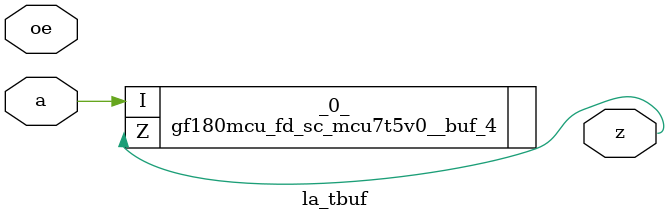
<source format=v>
/* Generated by Yosys 0.37 (git sha1 a5c7f69ed, clang 14.0.0-1ubuntu1.1 -fPIC -Os) */

module la_tbuf(a, oe, z);
  input a;
  wire a;
  input oe;
  wire oe;
  output z;
  wire z;
  gf180mcu_fd_sc_mcu7t5v0__buf_4 _0_ (
    .I(a),
    .Z(z)
  );
endmodule

</source>
